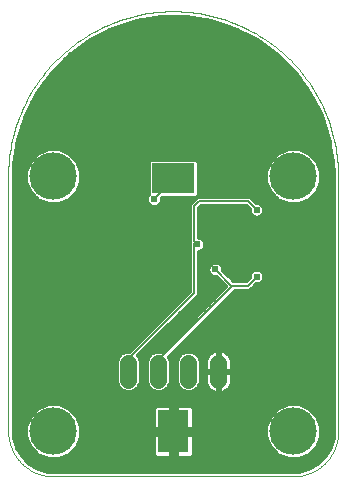
<source format=gbl>
G75*
%MOIN*%
%OFA0B0*%
%FSLAX25Y25*%
%IPPOS*%
%LPD*%
%AMOC8*
5,1,8,0,0,1.08239X$1,22.5*
%
%ADD10R,0.10236X0.14173*%
%ADD11R,0.14173X0.10236*%
%ADD12C,0.05543*%
%ADD13C,0.00000*%
%ADD14C,0.15811*%
%ADD15C,0.01600*%
%ADD16C,0.00600*%
%ADD17C,0.02400*%
D10*
X0061800Y0034006D03*
D11*
X0061800Y0118376D03*
D12*
X0056800Y0056778D02*
X0056800Y0051234D01*
X0046800Y0051234D02*
X0046800Y0056778D01*
X0066800Y0056778D02*
X0066800Y0051234D01*
X0076800Y0051234D02*
X0076800Y0056778D01*
D13*
X0101800Y0019006D02*
X0102162Y0019010D01*
X0102525Y0019024D01*
X0102887Y0019045D01*
X0103248Y0019076D01*
X0103608Y0019115D01*
X0103967Y0019163D01*
X0104325Y0019220D01*
X0104682Y0019285D01*
X0105037Y0019359D01*
X0105390Y0019442D01*
X0105741Y0019533D01*
X0106089Y0019632D01*
X0106435Y0019740D01*
X0106779Y0019856D01*
X0107119Y0019981D01*
X0107456Y0020113D01*
X0107790Y0020254D01*
X0108121Y0020403D01*
X0108448Y0020560D01*
X0108771Y0020724D01*
X0109090Y0020896D01*
X0109404Y0021076D01*
X0109715Y0021264D01*
X0110020Y0021459D01*
X0110321Y0021661D01*
X0110617Y0021871D01*
X0110907Y0022087D01*
X0111193Y0022311D01*
X0111473Y0022541D01*
X0111747Y0022778D01*
X0112015Y0023022D01*
X0112278Y0023272D01*
X0112534Y0023528D01*
X0112784Y0023791D01*
X0113028Y0024059D01*
X0113265Y0024333D01*
X0113495Y0024613D01*
X0113719Y0024899D01*
X0113935Y0025189D01*
X0114145Y0025485D01*
X0114347Y0025786D01*
X0114542Y0026091D01*
X0114730Y0026402D01*
X0114910Y0026716D01*
X0115082Y0027035D01*
X0115246Y0027358D01*
X0115403Y0027685D01*
X0115552Y0028016D01*
X0115693Y0028350D01*
X0115825Y0028687D01*
X0115950Y0029027D01*
X0116066Y0029371D01*
X0116174Y0029717D01*
X0116273Y0030065D01*
X0116364Y0030416D01*
X0116447Y0030769D01*
X0116521Y0031124D01*
X0116586Y0031481D01*
X0116643Y0031839D01*
X0116691Y0032198D01*
X0116730Y0032558D01*
X0116761Y0032919D01*
X0116782Y0033281D01*
X0116796Y0033644D01*
X0116800Y0034006D01*
X0116800Y0119006D01*
X0116784Y0120345D01*
X0116735Y0121684D01*
X0116653Y0123021D01*
X0116539Y0124355D01*
X0116393Y0125687D01*
X0116214Y0127014D01*
X0116003Y0128337D01*
X0115759Y0129654D01*
X0115484Y0130965D01*
X0115177Y0132268D01*
X0114838Y0133564D01*
X0114468Y0134851D01*
X0114067Y0136129D01*
X0113634Y0137397D01*
X0113171Y0138654D01*
X0112677Y0139899D01*
X0112153Y0141132D01*
X0111600Y0142351D01*
X0111016Y0143557D01*
X0110404Y0144748D01*
X0109763Y0145924D01*
X0109093Y0147084D01*
X0108395Y0148227D01*
X0107670Y0149353D01*
X0106917Y0150461D01*
X0106138Y0151551D01*
X0105332Y0152621D01*
X0104501Y0153671D01*
X0103644Y0154700D01*
X0102762Y0155709D01*
X0101857Y0156695D01*
X0100927Y0157659D01*
X0099974Y0158601D01*
X0098999Y0159519D01*
X0098001Y0160412D01*
X0096982Y0161282D01*
X0095942Y0162126D01*
X0094882Y0162944D01*
X0093802Y0163737D01*
X0092704Y0164503D01*
X0091586Y0165242D01*
X0090452Y0165954D01*
X0089300Y0166637D01*
X0088132Y0167293D01*
X0086948Y0167920D01*
X0085750Y0168518D01*
X0084537Y0169086D01*
X0083311Y0169625D01*
X0082072Y0170134D01*
X0080821Y0170612D01*
X0079558Y0171060D01*
X0078286Y0171477D01*
X0077003Y0171863D01*
X0075711Y0172218D01*
X0074411Y0172541D01*
X0073104Y0172832D01*
X0071790Y0173091D01*
X0070470Y0173318D01*
X0069145Y0173513D01*
X0067815Y0173676D01*
X0066482Y0173806D01*
X0065147Y0173904D01*
X0063809Y0173969D01*
X0062470Y0174002D01*
X0061130Y0174002D01*
X0059791Y0173969D01*
X0058453Y0173904D01*
X0057118Y0173806D01*
X0055785Y0173676D01*
X0054455Y0173513D01*
X0053130Y0173318D01*
X0051810Y0173091D01*
X0050496Y0172832D01*
X0049189Y0172541D01*
X0047889Y0172218D01*
X0046597Y0171863D01*
X0045314Y0171477D01*
X0044042Y0171060D01*
X0042779Y0170612D01*
X0041528Y0170134D01*
X0040289Y0169625D01*
X0039063Y0169086D01*
X0037850Y0168518D01*
X0036652Y0167920D01*
X0035468Y0167293D01*
X0034300Y0166637D01*
X0033148Y0165954D01*
X0032014Y0165242D01*
X0030896Y0164503D01*
X0029798Y0163737D01*
X0028718Y0162944D01*
X0027658Y0162126D01*
X0026618Y0161282D01*
X0025599Y0160412D01*
X0024601Y0159519D01*
X0023626Y0158601D01*
X0022673Y0157659D01*
X0021743Y0156695D01*
X0020838Y0155709D01*
X0019956Y0154700D01*
X0019099Y0153671D01*
X0018268Y0152621D01*
X0017462Y0151551D01*
X0016683Y0150461D01*
X0015930Y0149353D01*
X0015205Y0148227D01*
X0014507Y0147084D01*
X0013837Y0145924D01*
X0013196Y0144748D01*
X0012584Y0143557D01*
X0012000Y0142351D01*
X0011447Y0141132D01*
X0010923Y0139899D01*
X0010429Y0138654D01*
X0009966Y0137397D01*
X0009533Y0136129D01*
X0009132Y0134851D01*
X0008762Y0133564D01*
X0008423Y0132268D01*
X0008116Y0130965D01*
X0007841Y0129654D01*
X0007597Y0128337D01*
X0007386Y0127014D01*
X0007207Y0125687D01*
X0007061Y0124355D01*
X0006947Y0123021D01*
X0006865Y0121684D01*
X0006816Y0120345D01*
X0006800Y0119006D01*
X0006800Y0034006D01*
X0006804Y0033644D01*
X0006818Y0033281D01*
X0006839Y0032919D01*
X0006870Y0032558D01*
X0006909Y0032198D01*
X0006957Y0031839D01*
X0007014Y0031481D01*
X0007079Y0031124D01*
X0007153Y0030769D01*
X0007236Y0030416D01*
X0007327Y0030065D01*
X0007426Y0029717D01*
X0007534Y0029371D01*
X0007650Y0029027D01*
X0007775Y0028687D01*
X0007907Y0028350D01*
X0008048Y0028016D01*
X0008197Y0027685D01*
X0008354Y0027358D01*
X0008518Y0027035D01*
X0008690Y0026716D01*
X0008870Y0026402D01*
X0009058Y0026091D01*
X0009253Y0025786D01*
X0009455Y0025485D01*
X0009665Y0025189D01*
X0009881Y0024899D01*
X0010105Y0024613D01*
X0010335Y0024333D01*
X0010572Y0024059D01*
X0010816Y0023791D01*
X0011066Y0023528D01*
X0011322Y0023272D01*
X0011585Y0023022D01*
X0011853Y0022778D01*
X0012127Y0022541D01*
X0012407Y0022311D01*
X0012693Y0022087D01*
X0012983Y0021871D01*
X0013279Y0021661D01*
X0013580Y0021459D01*
X0013885Y0021264D01*
X0014196Y0021076D01*
X0014510Y0020896D01*
X0014829Y0020724D01*
X0015152Y0020560D01*
X0015479Y0020403D01*
X0015810Y0020254D01*
X0016144Y0020113D01*
X0016481Y0019981D01*
X0016821Y0019856D01*
X0017165Y0019740D01*
X0017511Y0019632D01*
X0017859Y0019533D01*
X0018210Y0019442D01*
X0018563Y0019359D01*
X0018918Y0019285D01*
X0019275Y0019220D01*
X0019633Y0019163D01*
X0019992Y0019115D01*
X0020352Y0019076D01*
X0020713Y0019045D01*
X0021075Y0019024D01*
X0021438Y0019010D01*
X0021800Y0019006D01*
X0101800Y0019006D01*
D14*
X0101800Y0034006D03*
X0101800Y0119006D03*
X0021800Y0119006D03*
X0021800Y0034006D03*
D15*
X0013764Y0023534D02*
X0011328Y0025970D01*
X0009605Y0028954D01*
X0008713Y0032283D01*
X0008600Y0034006D01*
X0008600Y0119006D01*
X0008764Y0123180D01*
X0010070Y0131425D01*
X0012650Y0139365D01*
X0016440Y0146803D01*
X0021346Y0153557D01*
X0027249Y0159459D01*
X0034003Y0164366D01*
X0041441Y0168156D01*
X0049381Y0170736D01*
X0057626Y0172042D01*
X0065974Y0172042D01*
X0074219Y0170736D01*
X0082159Y0168156D01*
X0089597Y0164366D01*
X0096351Y0159459D01*
X0102254Y0153557D01*
X0107160Y0146803D01*
X0110950Y0139365D01*
X0113530Y0131425D01*
X0114836Y0123180D01*
X0115000Y0119006D01*
X0115000Y0034006D01*
X0114887Y0032283D01*
X0113995Y0028954D01*
X0112272Y0025970D01*
X0109836Y0023534D01*
X0106851Y0021811D01*
X0103523Y0020919D01*
X0101800Y0020806D01*
X0021800Y0020806D01*
X0020077Y0020919D01*
X0016749Y0021811D01*
X0013764Y0023534D01*
X0013497Y0023801D02*
X0110103Y0023801D01*
X0111702Y0025400D02*
X0105340Y0025400D01*
X0103651Y0024700D02*
X0107071Y0026117D01*
X0109689Y0028735D01*
X0111105Y0032155D01*
X0111105Y0035857D01*
X0109689Y0039277D01*
X0107071Y0041895D01*
X0103651Y0043311D01*
X0099949Y0043311D01*
X0096529Y0041895D01*
X0093911Y0039277D01*
X0092494Y0035857D01*
X0092494Y0032155D01*
X0093911Y0028735D01*
X0096529Y0026117D01*
X0099949Y0024700D01*
X0103651Y0024700D01*
X0107531Y0022203D02*
X0016069Y0022203D01*
X0018260Y0025400D02*
X0011898Y0025400D01*
X0010734Y0026998D02*
X0015647Y0026998D01*
X0016529Y0026117D02*
X0013911Y0028735D01*
X0012494Y0032155D01*
X0012494Y0035857D01*
X0013911Y0039277D01*
X0016529Y0041895D01*
X0019949Y0043311D01*
X0023651Y0043311D01*
X0027071Y0041895D01*
X0029689Y0039277D01*
X0031105Y0035857D01*
X0031105Y0032155D01*
X0029689Y0028735D01*
X0027071Y0026117D01*
X0023651Y0024700D01*
X0019949Y0024700D01*
X0016529Y0026117D01*
X0014049Y0028597D02*
X0009811Y0028597D01*
X0009272Y0030195D02*
X0013306Y0030195D01*
X0012644Y0031794D02*
X0008844Y0031794D01*
X0008640Y0033393D02*
X0012494Y0033393D01*
X0012494Y0034991D02*
X0008600Y0034991D01*
X0008600Y0036590D02*
X0012798Y0036590D01*
X0013460Y0038188D02*
X0008600Y0038188D01*
X0008600Y0039787D02*
X0014421Y0039787D01*
X0016019Y0041385D02*
X0008600Y0041385D01*
X0008600Y0042984D02*
X0019158Y0042984D01*
X0024442Y0042984D02*
X0099158Y0042984D01*
X0096019Y0041385D02*
X0068703Y0041385D01*
X0068718Y0041329D02*
X0068595Y0041787D01*
X0068358Y0042198D01*
X0068023Y0042533D01*
X0067613Y0042770D01*
X0067155Y0042893D01*
X0062600Y0042893D01*
X0062600Y0034806D01*
X0061000Y0034806D01*
X0061000Y0042893D01*
X0056445Y0042893D01*
X0055987Y0042770D01*
X0055577Y0042533D01*
X0055242Y0042198D01*
X0055005Y0041787D01*
X0054882Y0041329D01*
X0054882Y0034806D01*
X0061000Y0034806D01*
X0061000Y0033206D01*
X0054882Y0033206D01*
X0054882Y0026682D01*
X0055005Y0026225D01*
X0055242Y0025814D01*
X0055577Y0025479D01*
X0055987Y0025242D01*
X0056445Y0025119D01*
X0061000Y0025119D01*
X0061000Y0033206D01*
X0062600Y0033206D01*
X0062600Y0034806D01*
X0068718Y0034806D01*
X0068718Y0041329D01*
X0068718Y0039787D02*
X0094421Y0039787D01*
X0093460Y0038188D02*
X0068718Y0038188D01*
X0068718Y0036590D02*
X0092798Y0036590D01*
X0092494Y0034991D02*
X0068718Y0034991D01*
X0068718Y0033206D02*
X0062600Y0033206D01*
X0062600Y0025119D01*
X0067155Y0025119D01*
X0067613Y0025242D01*
X0068023Y0025479D01*
X0068358Y0025814D01*
X0068595Y0026225D01*
X0068718Y0026682D01*
X0068718Y0033206D01*
X0068718Y0031794D02*
X0092644Y0031794D01*
X0092494Y0033393D02*
X0062600Y0033393D01*
X0062600Y0034991D02*
X0061000Y0034991D01*
X0061000Y0033393D02*
X0031105Y0033393D01*
X0031105Y0034991D02*
X0054882Y0034991D01*
X0054882Y0036590D02*
X0030802Y0036590D01*
X0030140Y0038188D02*
X0054882Y0038188D01*
X0054882Y0039787D02*
X0029179Y0039787D01*
X0027581Y0041385D02*
X0054897Y0041385D01*
X0055970Y0047063D02*
X0054437Y0047698D01*
X0053263Y0048871D01*
X0052628Y0050404D01*
X0052628Y0057607D01*
X0053263Y0059141D01*
X0054437Y0060314D01*
X0055970Y0060949D01*
X0057630Y0060949D01*
X0057707Y0060917D01*
X0079096Y0082306D01*
X0075996Y0085406D01*
X0075283Y0085406D01*
X0074327Y0085802D01*
X0073596Y0086533D01*
X0073200Y0087489D01*
X0073200Y0088523D01*
X0073596Y0089479D01*
X0074327Y0090210D01*
X0075283Y0090606D01*
X0076317Y0090606D01*
X0077273Y0090210D01*
X0078004Y0089479D01*
X0078400Y0088523D01*
X0078400Y0087810D01*
X0081904Y0084306D01*
X0085896Y0084306D01*
X0087000Y0085410D01*
X0087000Y0086123D01*
X0087396Y0087079D01*
X0088127Y0087810D01*
X0089083Y0088206D01*
X0090117Y0088206D01*
X0091073Y0087810D01*
X0091804Y0087079D01*
X0092200Y0086123D01*
X0092200Y0085089D01*
X0091804Y0084133D01*
X0091073Y0083402D01*
X0090117Y0083006D01*
X0089404Y0083006D01*
X0088300Y0081902D01*
X0087304Y0080906D01*
X0082504Y0080906D01*
X0060454Y0058856D01*
X0060972Y0057607D01*
X0060972Y0050404D01*
X0060337Y0048871D01*
X0059163Y0047698D01*
X0057630Y0047063D01*
X0055970Y0047063D01*
X0054356Y0047779D02*
X0049244Y0047779D01*
X0049163Y0047698D02*
X0050337Y0048871D01*
X0050972Y0050404D01*
X0050972Y0057607D01*
X0050337Y0059141D01*
X0050138Y0059339D01*
X0069304Y0078506D01*
X0070300Y0079502D01*
X0070300Y0093806D01*
X0070317Y0093806D01*
X0071273Y0094202D01*
X0072004Y0094933D01*
X0072400Y0095889D01*
X0072400Y0096923D01*
X0072004Y0097879D01*
X0071273Y0098610D01*
X0070317Y0099006D01*
X0070300Y0099006D01*
X0070300Y0108302D01*
X0071104Y0109106D01*
X0085896Y0109106D01*
X0087000Y0108002D01*
X0087000Y0107289D01*
X0087396Y0106333D01*
X0088127Y0105602D01*
X0089083Y0105206D01*
X0090117Y0105206D01*
X0091073Y0105602D01*
X0091804Y0106333D01*
X0092200Y0107289D01*
X0092200Y0108323D01*
X0091804Y0109279D01*
X0091073Y0110010D01*
X0090117Y0110406D01*
X0089404Y0110406D01*
X0088300Y0111510D01*
X0087304Y0112506D01*
X0070115Y0112506D01*
X0070287Y0112678D01*
X0070287Y0124074D01*
X0069467Y0124894D01*
X0054133Y0124894D01*
X0053313Y0124074D01*
X0053313Y0112996D01*
X0053196Y0112879D01*
X0052800Y0111923D01*
X0052800Y0110889D01*
X0053196Y0109933D01*
X0053927Y0109202D01*
X0054883Y0108806D01*
X0055917Y0108806D01*
X0056873Y0109202D01*
X0057604Y0109933D01*
X0058000Y0110889D01*
X0058000Y0111602D01*
X0058256Y0111858D01*
X0069048Y0111858D01*
X0068700Y0111510D01*
X0067896Y0110706D01*
X0067896Y0110706D01*
X0066900Y0109710D01*
X0066900Y0080910D01*
X0046939Y0060949D01*
X0045970Y0060949D01*
X0044437Y0060314D01*
X0043263Y0059141D01*
X0042628Y0057607D01*
X0042628Y0050404D01*
X0043263Y0048871D01*
X0044437Y0047698D01*
X0045970Y0047063D01*
X0047630Y0047063D01*
X0049163Y0047698D01*
X0050546Y0049378D02*
X0053054Y0049378D01*
X0052628Y0050976D02*
X0050972Y0050976D01*
X0050972Y0052575D02*
X0052628Y0052575D01*
X0052628Y0054173D02*
X0050972Y0054173D01*
X0050972Y0055772D02*
X0052628Y0055772D01*
X0052628Y0057370D02*
X0050972Y0057370D01*
X0050408Y0058969D02*
X0053192Y0058969D01*
X0051365Y0060567D02*
X0055048Y0060567D01*
X0052964Y0062166D02*
X0058956Y0062166D01*
X0060554Y0063764D02*
X0054562Y0063764D01*
X0056161Y0065363D02*
X0062153Y0065363D01*
X0063751Y0066961D02*
X0057759Y0066961D01*
X0056148Y0070158D02*
X0008600Y0070158D01*
X0008600Y0068560D02*
X0054550Y0068560D01*
X0052951Y0066961D02*
X0008600Y0066961D01*
X0008600Y0065363D02*
X0051353Y0065363D01*
X0049754Y0063764D02*
X0008600Y0063764D01*
X0008600Y0062166D02*
X0048156Y0062166D01*
X0045048Y0060567D02*
X0008600Y0060567D01*
X0008600Y0058969D02*
X0043192Y0058969D01*
X0042628Y0057370D02*
X0008600Y0057370D01*
X0008600Y0055772D02*
X0042628Y0055772D01*
X0042628Y0054173D02*
X0008600Y0054173D01*
X0008600Y0052575D02*
X0042628Y0052575D01*
X0042628Y0050976D02*
X0008600Y0050976D01*
X0008600Y0049378D02*
X0043054Y0049378D01*
X0044356Y0047779D02*
X0008600Y0047779D01*
X0008600Y0046181D02*
X0115000Y0046181D01*
X0115000Y0047779D02*
X0079810Y0047779D01*
X0079778Y0047747D02*
X0080287Y0048256D01*
X0080710Y0048838D01*
X0081037Y0049479D01*
X0081259Y0050164D01*
X0081372Y0050874D01*
X0081372Y0053920D01*
X0076886Y0053920D01*
X0076886Y0054092D01*
X0076714Y0054092D01*
X0076714Y0061349D01*
X0076440Y0061349D01*
X0075729Y0061237D01*
X0075045Y0061014D01*
X0074404Y0060688D01*
X0073822Y0060265D01*
X0073313Y0059756D01*
X0072890Y0059174D01*
X0072563Y0058532D01*
X0072341Y0057848D01*
X0072228Y0057137D01*
X0072228Y0054092D01*
X0076714Y0054092D01*
X0076714Y0053920D01*
X0072228Y0053920D01*
X0072228Y0050874D01*
X0072341Y0050164D01*
X0072563Y0049479D01*
X0072890Y0048838D01*
X0073313Y0048256D01*
X0073822Y0047747D01*
X0074404Y0047324D01*
X0075045Y0046998D01*
X0075729Y0046775D01*
X0076440Y0046663D01*
X0076714Y0046663D01*
X0076714Y0053920D01*
X0076886Y0053920D01*
X0076886Y0046663D01*
X0077160Y0046663D01*
X0077871Y0046775D01*
X0078555Y0046998D01*
X0079196Y0047324D01*
X0079778Y0047747D01*
X0080985Y0049378D02*
X0115000Y0049378D01*
X0115000Y0050976D02*
X0081372Y0050976D01*
X0081372Y0052575D02*
X0115000Y0052575D01*
X0115000Y0054173D02*
X0081372Y0054173D01*
X0081372Y0054092D02*
X0081372Y0057137D01*
X0081259Y0057848D01*
X0081037Y0058532D01*
X0080710Y0059174D01*
X0080287Y0059756D01*
X0079778Y0060265D01*
X0079196Y0060688D01*
X0078555Y0061014D01*
X0077871Y0061237D01*
X0077160Y0061349D01*
X0076886Y0061349D01*
X0076886Y0054092D01*
X0081372Y0054092D01*
X0081372Y0055772D02*
X0115000Y0055772D01*
X0115000Y0057370D02*
X0081335Y0057370D01*
X0080814Y0058969D02*
X0115000Y0058969D01*
X0115000Y0060567D02*
X0079362Y0060567D01*
X0076886Y0060567D02*
X0076714Y0060567D01*
X0076714Y0058969D02*
X0076886Y0058969D01*
X0076886Y0057370D02*
X0076714Y0057370D01*
X0076714Y0055772D02*
X0076886Y0055772D01*
X0076886Y0054173D02*
X0076714Y0054173D01*
X0076714Y0052575D02*
X0076886Y0052575D01*
X0076886Y0050976D02*
X0076714Y0050976D01*
X0076714Y0049378D02*
X0076886Y0049378D01*
X0076886Y0047779D02*
X0076714Y0047779D01*
X0073790Y0047779D02*
X0069244Y0047779D01*
X0069163Y0047698D02*
X0070337Y0048871D01*
X0070972Y0050404D01*
X0070972Y0057607D01*
X0070337Y0059141D01*
X0069163Y0060314D01*
X0067630Y0060949D01*
X0065970Y0060949D01*
X0064437Y0060314D01*
X0063263Y0059141D01*
X0062628Y0057607D01*
X0062628Y0050404D01*
X0063263Y0048871D01*
X0064437Y0047698D01*
X0065970Y0047063D01*
X0067630Y0047063D01*
X0069163Y0047698D01*
X0070546Y0049378D02*
X0072615Y0049378D01*
X0072228Y0050976D02*
X0070972Y0050976D01*
X0070972Y0052575D02*
X0072228Y0052575D01*
X0072228Y0054173D02*
X0070972Y0054173D01*
X0070972Y0055772D02*
X0072228Y0055772D01*
X0072265Y0057370D02*
X0070972Y0057370D01*
X0070408Y0058969D02*
X0072786Y0058969D01*
X0074238Y0060567D02*
X0068552Y0060567D01*
X0065048Y0060567D02*
X0062165Y0060567D01*
X0063192Y0058969D02*
X0060567Y0058969D01*
X0060972Y0057370D02*
X0062628Y0057370D01*
X0062628Y0055772D02*
X0060972Y0055772D01*
X0060972Y0054173D02*
X0062628Y0054173D01*
X0062628Y0052575D02*
X0060972Y0052575D01*
X0060972Y0050976D02*
X0062628Y0050976D01*
X0063054Y0049378D02*
X0060546Y0049378D01*
X0059244Y0047779D02*
X0064356Y0047779D01*
X0062600Y0041385D02*
X0061000Y0041385D01*
X0061000Y0039787D02*
X0062600Y0039787D01*
X0062600Y0038188D02*
X0061000Y0038188D01*
X0061000Y0036590D02*
X0062600Y0036590D01*
X0062600Y0031794D02*
X0061000Y0031794D01*
X0061000Y0030195D02*
X0062600Y0030195D01*
X0062600Y0028597D02*
X0061000Y0028597D01*
X0061000Y0026998D02*
X0062600Y0026998D01*
X0062600Y0025400D02*
X0061000Y0025400D01*
X0055713Y0025400D02*
X0025340Y0025400D01*
X0027953Y0026998D02*
X0054882Y0026998D01*
X0054882Y0028597D02*
X0029551Y0028597D01*
X0030294Y0030195D02*
X0054882Y0030195D01*
X0054882Y0031794D02*
X0030956Y0031794D01*
X0008600Y0044582D02*
X0115000Y0044582D01*
X0115000Y0042984D02*
X0104442Y0042984D01*
X0107581Y0041385D02*
X0115000Y0041385D01*
X0115000Y0039787D02*
X0109179Y0039787D01*
X0110140Y0038188D02*
X0115000Y0038188D01*
X0115000Y0036590D02*
X0110802Y0036590D01*
X0111105Y0034991D02*
X0115000Y0034991D01*
X0114960Y0033393D02*
X0111105Y0033393D01*
X0110956Y0031794D02*
X0114756Y0031794D01*
X0114328Y0030195D02*
X0110294Y0030195D01*
X0109551Y0028597D02*
X0113789Y0028597D01*
X0112866Y0026998D02*
X0107953Y0026998D01*
X0098260Y0025400D02*
X0067887Y0025400D01*
X0068718Y0026998D02*
X0095647Y0026998D01*
X0094049Y0028597D02*
X0068718Y0028597D01*
X0068718Y0030195D02*
X0093306Y0030195D01*
X0115000Y0062166D02*
X0063764Y0062166D01*
X0065362Y0063764D02*
X0115000Y0063764D01*
X0115000Y0065363D02*
X0066961Y0065363D01*
X0068559Y0066961D02*
X0115000Y0066961D01*
X0115000Y0068560D02*
X0070158Y0068560D01*
X0071757Y0070158D02*
X0115000Y0070158D01*
X0115000Y0071757D02*
X0073355Y0071757D01*
X0074954Y0073355D02*
X0115000Y0073355D01*
X0115000Y0074954D02*
X0076552Y0074954D01*
X0078151Y0076552D02*
X0115000Y0076552D01*
X0115000Y0078151D02*
X0079749Y0078151D01*
X0081348Y0079749D02*
X0115000Y0079749D01*
X0115000Y0081348D02*
X0087746Y0081348D01*
X0089345Y0082946D02*
X0115000Y0082946D01*
X0115000Y0084545D02*
X0091975Y0084545D01*
X0092192Y0086143D02*
X0115000Y0086143D01*
X0115000Y0087742D02*
X0091141Y0087742D01*
X0088059Y0087742D02*
X0078468Y0087742D01*
X0078061Y0089340D02*
X0115000Y0089340D01*
X0115000Y0090939D02*
X0070300Y0090939D01*
X0070300Y0092537D02*
X0115000Y0092537D01*
X0115000Y0094136D02*
X0071114Y0094136D01*
X0072336Y0095734D02*
X0115000Y0095734D01*
X0115000Y0097333D02*
X0072230Y0097333D01*
X0070497Y0098931D02*
X0115000Y0098931D01*
X0115000Y0100530D02*
X0070300Y0100530D01*
X0070300Y0102128D02*
X0115000Y0102128D01*
X0115000Y0103727D02*
X0070300Y0103727D01*
X0070300Y0105326D02*
X0088794Y0105326D01*
X0087151Y0106924D02*
X0070300Y0106924D01*
X0070521Y0108523D02*
X0086479Y0108523D01*
X0088090Y0111720D02*
X0095926Y0111720D01*
X0096529Y0111117D02*
X0099949Y0109700D01*
X0103651Y0109700D01*
X0107071Y0111117D01*
X0109689Y0113735D01*
X0111105Y0117155D01*
X0111105Y0120857D01*
X0109689Y0124277D01*
X0107071Y0126895D01*
X0103651Y0128311D01*
X0099949Y0128311D01*
X0096529Y0126895D01*
X0093911Y0124277D01*
X0092494Y0120857D01*
X0092494Y0117155D01*
X0093911Y0113735D01*
X0096529Y0111117D01*
X0098933Y0110121D02*
X0090805Y0110121D01*
X0092117Y0108523D02*
X0115000Y0108523D01*
X0115000Y0110121D02*
X0104667Y0110121D01*
X0107674Y0111720D02*
X0115000Y0111720D01*
X0115000Y0113318D02*
X0109272Y0113318D01*
X0110178Y0114917D02*
X0115000Y0114917D01*
X0115000Y0116515D02*
X0110840Y0116515D01*
X0111105Y0118114D02*
X0115000Y0118114D01*
X0114972Y0119712D02*
X0111105Y0119712D01*
X0110918Y0121311D02*
X0114909Y0121311D01*
X0114847Y0122909D02*
X0110255Y0122909D01*
X0109458Y0124508D02*
X0114626Y0124508D01*
X0114373Y0126106D02*
X0107860Y0126106D01*
X0105116Y0127705D02*
X0114119Y0127705D01*
X0113866Y0129303D02*
X0009734Y0129303D01*
X0009481Y0127705D02*
X0018484Y0127705D01*
X0019949Y0128311D02*
X0016529Y0126895D01*
X0013911Y0124277D01*
X0012494Y0120857D01*
X0012494Y0117155D01*
X0013911Y0113735D01*
X0016529Y0111117D01*
X0019949Y0109700D01*
X0023651Y0109700D01*
X0027071Y0111117D01*
X0029689Y0113735D01*
X0031105Y0117155D01*
X0031105Y0120857D01*
X0029689Y0124277D01*
X0027071Y0126895D01*
X0023651Y0128311D01*
X0019949Y0128311D01*
X0015740Y0126106D02*
X0009227Y0126106D01*
X0008974Y0124508D02*
X0014142Y0124508D01*
X0013345Y0122909D02*
X0008753Y0122909D01*
X0008691Y0121311D02*
X0012682Y0121311D01*
X0012494Y0119712D02*
X0008628Y0119712D01*
X0008600Y0118114D02*
X0012494Y0118114D01*
X0012759Y0116515D02*
X0008600Y0116515D01*
X0008600Y0114917D02*
X0013422Y0114917D01*
X0014328Y0113318D02*
X0008600Y0113318D01*
X0008600Y0111720D02*
X0015926Y0111720D01*
X0018933Y0110121D02*
X0008600Y0110121D01*
X0008600Y0108523D02*
X0066900Y0108523D01*
X0066900Y0106924D02*
X0008600Y0106924D01*
X0008600Y0105326D02*
X0066900Y0105326D01*
X0066900Y0103727D02*
X0008600Y0103727D01*
X0008600Y0102128D02*
X0066900Y0102128D01*
X0066900Y0100530D02*
X0008600Y0100530D01*
X0008600Y0098931D02*
X0066900Y0098931D01*
X0066900Y0097333D02*
X0008600Y0097333D01*
X0008600Y0095734D02*
X0066900Y0095734D01*
X0066900Y0094136D02*
X0008600Y0094136D01*
X0008600Y0092537D02*
X0066900Y0092537D01*
X0066900Y0090939D02*
X0008600Y0090939D01*
X0008600Y0089340D02*
X0066900Y0089340D01*
X0066900Y0087742D02*
X0008600Y0087742D01*
X0008600Y0086143D02*
X0066900Y0086143D01*
X0066900Y0084545D02*
X0008600Y0084545D01*
X0008600Y0082946D02*
X0066900Y0082946D01*
X0066900Y0081348D02*
X0008600Y0081348D01*
X0008600Y0079749D02*
X0065739Y0079749D01*
X0064141Y0078151D02*
X0008600Y0078151D01*
X0008600Y0076552D02*
X0062542Y0076552D01*
X0060944Y0074954D02*
X0008600Y0074954D01*
X0008600Y0073355D02*
X0059345Y0073355D01*
X0057747Y0071757D02*
X0008600Y0071757D01*
X0024667Y0110121D02*
X0053118Y0110121D01*
X0052800Y0111720D02*
X0027674Y0111720D01*
X0029272Y0113318D02*
X0053313Y0113318D01*
X0053313Y0114917D02*
X0030178Y0114917D01*
X0030840Y0116515D02*
X0053313Y0116515D01*
X0053313Y0118114D02*
X0031105Y0118114D01*
X0031105Y0119712D02*
X0053313Y0119712D01*
X0053313Y0121311D02*
X0030918Y0121311D01*
X0030255Y0122909D02*
X0053313Y0122909D01*
X0053747Y0124508D02*
X0029458Y0124508D01*
X0027860Y0126106D02*
X0095740Y0126106D01*
X0094142Y0124508D02*
X0069853Y0124508D01*
X0070287Y0122909D02*
X0093345Y0122909D01*
X0092682Y0121311D02*
X0070287Y0121311D01*
X0070287Y0119712D02*
X0092494Y0119712D01*
X0092494Y0118114D02*
X0070287Y0118114D01*
X0070287Y0116515D02*
X0092759Y0116515D01*
X0093422Y0114917D02*
X0070287Y0114917D01*
X0070287Y0113318D02*
X0094328Y0113318D01*
X0092049Y0106924D02*
X0115000Y0106924D01*
X0115000Y0105326D02*
X0090406Y0105326D01*
X0087008Y0086143D02*
X0080067Y0086143D01*
X0081665Y0084545D02*
X0086135Y0084545D01*
X0078455Y0082946D02*
X0070300Y0082946D01*
X0070300Y0081348D02*
X0078138Y0081348D01*
X0076539Y0079749D02*
X0070300Y0079749D01*
X0068949Y0078151D02*
X0074941Y0078151D01*
X0073342Y0076552D02*
X0067351Y0076552D01*
X0065752Y0074954D02*
X0071744Y0074954D01*
X0070145Y0073355D02*
X0064154Y0073355D01*
X0062555Y0071757D02*
X0068547Y0071757D01*
X0066948Y0070158D02*
X0060957Y0070158D01*
X0059358Y0068560D02*
X0065350Y0068560D01*
X0070300Y0084545D02*
X0076857Y0084545D01*
X0073986Y0086143D02*
X0070300Y0086143D01*
X0070300Y0087742D02*
X0073200Y0087742D01*
X0073539Y0089340D02*
X0070300Y0089340D01*
X0067311Y0110121D02*
X0057682Y0110121D01*
X0058118Y0111720D02*
X0068910Y0111720D01*
X0068700Y0111510D02*
X0068700Y0111510D01*
X0098484Y0127705D02*
X0025116Y0127705D01*
X0014039Y0142091D02*
X0109561Y0142091D01*
X0110376Y0140493D02*
X0013224Y0140493D01*
X0012497Y0138894D02*
X0111103Y0138894D01*
X0111623Y0137296D02*
X0011977Y0137296D01*
X0011458Y0135697D02*
X0112142Y0135697D01*
X0112661Y0134099D02*
X0010939Y0134099D01*
X0010419Y0132500D02*
X0113181Y0132500D01*
X0113613Y0130902D02*
X0009987Y0130902D01*
X0014853Y0143690D02*
X0108747Y0143690D01*
X0107932Y0145288D02*
X0015668Y0145288D01*
X0016501Y0146887D02*
X0107099Y0146887D01*
X0105938Y0148485D02*
X0017662Y0148485D01*
X0018823Y0150084D02*
X0104777Y0150084D01*
X0103615Y0151682D02*
X0019985Y0151682D01*
X0021146Y0153281D02*
X0102454Y0153281D01*
X0100931Y0154879D02*
X0022669Y0154879D01*
X0024268Y0156478D02*
X0099332Y0156478D01*
X0097734Y0158076D02*
X0025866Y0158076D01*
X0027546Y0159675D02*
X0096054Y0159675D01*
X0093854Y0161273D02*
X0029746Y0161273D01*
X0031946Y0162872D02*
X0091654Y0162872D01*
X0089393Y0164470D02*
X0034207Y0164470D01*
X0037345Y0166069D02*
X0086255Y0166069D01*
X0083118Y0167667D02*
X0040482Y0167667D01*
X0044856Y0169266D02*
X0078744Y0169266D01*
X0073408Y0170864D02*
X0050192Y0170864D01*
D16*
X0061800Y0118376D02*
X0062000Y0118006D01*
X0055400Y0111406D01*
X0068600Y0109006D02*
X0068600Y0097606D01*
X0069200Y0097006D01*
X0068600Y0096406D01*
X0068600Y0080206D01*
X0047000Y0058606D01*
X0047000Y0054406D01*
X0046800Y0054006D01*
X0056800Y0054006D02*
X0057200Y0054406D01*
X0057200Y0058006D01*
X0081200Y0082006D01*
X0081200Y0082606D01*
X0075800Y0088006D01*
X0081200Y0082606D02*
X0086600Y0082606D01*
X0089600Y0085606D01*
X0089600Y0107806D02*
X0086600Y0110806D01*
X0070400Y0110806D01*
X0068600Y0109006D01*
X0069200Y0097006D02*
X0069800Y0096406D01*
D17*
X0069800Y0096406D03*
X0075800Y0088006D03*
X0089600Y0085606D03*
X0089600Y0107806D03*
X0055400Y0111406D03*
M02*

</source>
